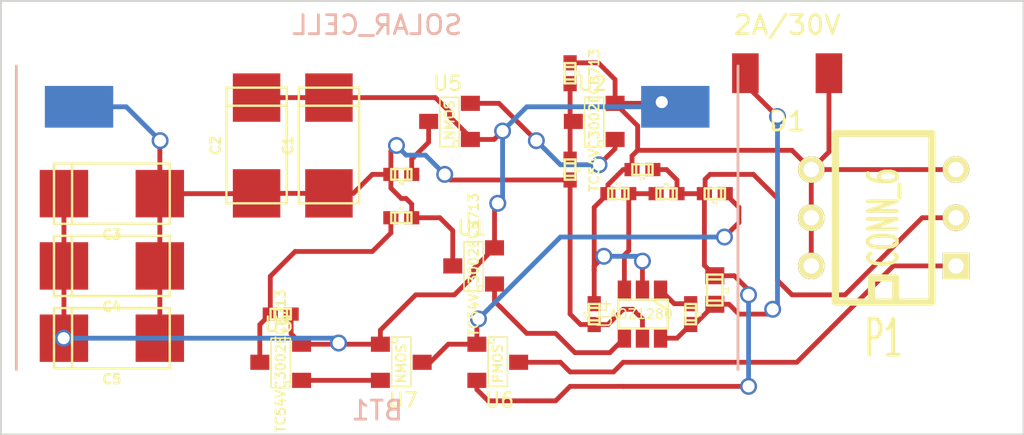
<source format=kicad_pcb>
(kicad_pcb (version 3) (host pcbnew "(2013-may-18)-stable")

  (general
    (links 54)
    (no_connects 0)
    (area 0 0 0 0)
    (thickness 1.6)
    (drawings 4)
    (tracks 199)
    (zones 0)
    (modules 27)
    (nets 15)
  )

  (page A3)
  (layers
    (15 F.Cu signal)
    (0 B.Cu signal)
    (16 B.Adhes user)
    (17 F.Adhes user)
    (18 B.Paste user)
    (19 F.Paste user)
    (20 B.SilkS user)
    (21 F.SilkS user)
    (22 B.Mask user)
    (23 F.Mask user)
    (24 Dwgs.User user)
    (25 Cmts.User user)
    (26 Eco1.User user)
    (27 Eco2.User user)
    (28 Edge.Cuts user)
  )

  (setup
    (last_trace_width 0.254)
    (trace_clearance 0.254)
    (zone_clearance 0.508)
    (zone_45_only no)
    (trace_min 0.254)
    (segment_width 0.2)
    (edge_width 0.1)
    (via_size 0.889)
    (via_drill 0.635)
    (via_min_size 0.889)
    (via_min_drill 0.508)
    (uvia_size 0.508)
    (uvia_drill 0.127)
    (uvias_allowed no)
    (uvia_min_size 0.508)
    (uvia_min_drill 0.127)
    (pcb_text_width 0.3)
    (pcb_text_size 1.5 1.5)
    (mod_edge_width 0.15)
    (mod_text_size 1 1)
    (mod_text_width 0.15)
    (pad_size 1.4 2.1)
    (pad_drill 0.6)
    (pad_to_mask_clearance 0)
    (aux_axis_origin 0 0)
    (visible_elements FFFFFFBF)
    (pcbplotparams
      (layerselection 3178497)
      (usegerberextensions true)
      (excludeedgelayer true)
      (linewidth 0.150000)
      (plotframeref false)
      (viasonmask false)
      (mode 1)
      (useauxorigin false)
      (hpglpennumber 1)
      (hpglpenspeed 20)
      (hpglpendiameter 15)
      (hpglpenoverlay 2)
      (psnegative false)
      (psa4output false)
      (plotreference true)
      (plotvalue true)
      (plotothertext true)
      (plotinvisibletext false)
      (padsonsilk false)
      (subtractmaskfromsilk false)
      (outputformat 1)
      (mirror false)
      (drillshape 1)
      (scaleselection 1)
      (outputdirectory ""))
  )

  (net 0 "")
  (net 1 /REG_EN)
  (net 2 /VIN)
  (net 3 /VOUT)
  (net 4 /VREADY)
  (net 5 GND)
  (net 6 N-000001)
  (net 7 N-0000010)
  (net 8 N-0000011)
  (net 9 N-0000012)
  (net 10 N-000002)
  (net 11 N-000005)
  (net 12 N-000006)
  (net 13 N-000008)
  (net 14 N-000009)

  (net_class Default "This is the default net class."
    (clearance 0.254)
    (trace_width 0.254)
    (via_dia 0.889)
    (via_drill 0.635)
    (uvia_dia 0.508)
    (uvia_drill 0.127)
    (add_net "")
    (add_net /REG_EN)
    (add_net /VIN)
    (add_net /VOUT)
    (add_net /VREADY)
    (add_net GND)
    (add_net N-000001)
    (add_net N-0000010)
    (add_net N-0000011)
    (add_net N-0000012)
    (add_net N-000002)
    (add_net N-000005)
    (add_net N-000006)
    (add_net N-000008)
    (add_net N-000009)
  )

  (module SOT23_6 (layer F.Cu) (tedit 4ECF791C) (tstamp 546FACF1)
    (at 229.87 144.78 180)
    (path /546F6BB3)
    (fp_text reference U4 (at 1.99898 0 270) (layer F.SilkS)
      (effects (font (size 0.762 0.762) (thickness 0.0762)))
    )
    (fp_text value AOZ1280 (at 0.0635 0 180) (layer F.SilkS)
      (effects (font (size 0.50038 0.50038) (thickness 0.0762)))
    )
    (fp_line (start -0.508 0.762) (end -1.27 0.254) (layer F.SilkS) (width 0.127))
    (fp_line (start 1.27 0.762) (end -1.3335 0.762) (layer F.SilkS) (width 0.127))
    (fp_line (start -1.3335 0.762) (end -1.3335 -0.762) (layer F.SilkS) (width 0.127))
    (fp_line (start -1.3335 -0.762) (end 1.27 -0.762) (layer F.SilkS) (width 0.127))
    (fp_line (start 1.27 -0.762) (end 1.27 0.762) (layer F.SilkS) (width 0.127))
    (pad 6 smd rect (at -0.9525 -1.27 180) (size 0.70104 1.00076)
      (layers F.Cu F.Paste F.Mask)
      (net 8 N-0000011)
    )
    (pad 5 smd rect (at 0 -1.27 180) (size 0.70104 1.00076)
      (layers F.Cu F.Paste F.Mask)
      (net 2 /VIN)
    )
    (pad 4 smd rect (at 0.9525 -1.27 180) (size 0.70104 1.00076)
      (layers F.Cu F.Paste F.Mask)
      (net 1 /REG_EN)
    )
    (pad 3 smd rect (at 0.9525 1.27 180) (size 0.70104 1.00076)
      (layers F.Cu F.Paste F.Mask)
      (net 7 N-0000010)
    )
    (pad 2 smd rect (at 0 1.27 180) (size 0.70104 1.00076)
      (layers F.Cu F.Paste F.Mask)
      (net 5 GND)
    )
    (pad 1 smd rect (at -0.9525 1.27 180) (size 0.70104 1.00076)
      (layers F.Cu F.Paste F.Mask)
      (net 14 N-000009)
    )
    (model smd/SOT23_6.wrl
      (at (xyz 0 0 0))
      (scale (xyz 0.11 0.11 0.11))
      (rotate (xyz 0 0 0))
    )
  )

  (module SOT23 (layer F.Cu) (tedit 5051A6D7) (tstamp 546FAB7C)
    (at 227.33 134.62 90)
    (tags SOT23)
    (path /546F79D1)
    (fp_text reference U2 (at 1.99898 -0.09906 180) (layer F.SilkS)
      (effects (font (size 0.762 0.762) (thickness 0.11938)))
    )
    (fp_text value TC54VC3002ECB713 (at 0.0635 0 90) (layer F.SilkS)
      (effects (font (size 0.50038 0.50038) (thickness 0.09906)))
    )
    (fp_circle (center -1.17602 0.35052) (end -1.30048 0.44958) (layer F.SilkS) (width 0.07874))
    (fp_line (start 1.27 -0.508) (end 1.27 0.508) (layer F.SilkS) (width 0.07874))
    (fp_line (start -1.3335 -0.508) (end -1.3335 0.508) (layer F.SilkS) (width 0.07874))
    (fp_line (start 1.27 0.508) (end -1.3335 0.508) (layer F.SilkS) (width 0.07874))
    (fp_line (start -1.3335 -0.508) (end 1.27 -0.508) (layer F.SilkS) (width 0.07874))
    (pad 3 smd rect (at 0 -1.09982 90) (size 0.8001 1.00076)
      (layers F.Cu F.Paste F.Mask)
      (net 10 N-000002)
    )
    (pad 2 smd rect (at 0.9525 1.09982 90) (size 0.8001 1.00076)
      (layers F.Cu F.Paste F.Mask)
      (net 5 GND)
    )
    (pad 1 smd rect (at -0.9525 1.09982 90) (size 0.8001 1.00076)
      (layers F.Cu F.Paste F.Mask)
      (net 6 N-000001)
    )
    (model smd\SOT23_3.wrl
      (at (xyz 0 0 0))
      (scale (xyz 0.4 0.4 0.4))
      (rotate (xyz 0 0 180))
    )
  )

  (module SOT23 (layer F.Cu) (tedit 5051A6D7) (tstamp 546FAB94)
    (at 220.98 142.24 90)
    (tags SOT23)
    (path /546F7093)
    (fp_text reference U1 (at 1.99898 -0.09906 180) (layer F.SilkS)
      (effects (font (size 0.762 0.762) (thickness 0.11938)))
    )
    (fp_text value TC54VC3002ECB713 (at 0.0635 0 90) (layer F.SilkS)
      (effects (font (size 0.50038 0.50038) (thickness 0.09906)))
    )
    (fp_circle (center -1.17602 0.35052) (end -1.30048 0.44958) (layer F.SilkS) (width 0.07874))
    (fp_line (start 1.27 -0.508) (end 1.27 0.508) (layer F.SilkS) (width 0.07874))
    (fp_line (start -1.3335 -0.508) (end -1.3335 0.508) (layer F.SilkS) (width 0.07874))
    (fp_line (start 1.27 0.508) (end -1.3335 0.508) (layer F.SilkS) (width 0.07874))
    (fp_line (start -1.3335 -0.508) (end 1.27 -0.508) (layer F.SilkS) (width 0.07874))
    (pad 3 smd rect (at 0 -1.09982 90) (size 0.8001 1.00076)
      (layers F.Cu F.Paste F.Mask)
      (net 2 /VIN)
    )
    (pad 2 smd rect (at 0.9525 1.09982 90) (size 0.8001 1.00076)
      (layers F.Cu F.Paste F.Mask)
      (net 5 GND)
    )
    (pad 1 smd rect (at -0.9525 1.09982 90) (size 0.8001 1.00076)
      (layers F.Cu F.Paste F.Mask)
      (net 1 /REG_EN)
    )
    (model smd\SOT23_3.wrl
      (at (xyz 0 0 0))
      (scale (xyz 0.4 0.4 0.4))
      (rotate (xyz 0 0 180))
    )
  )

  (module SOT23 (layer F.Cu) (tedit 5051A6D7) (tstamp 546FABA0)
    (at 210.82 147.32 90)
    (tags SOT23)
    (path /546F762A)
    (fp_text reference U3 (at 1.99898 -0.09906 180) (layer F.SilkS)
      (effects (font (size 0.762 0.762) (thickness 0.11938)))
    )
    (fp_text value TC54VC3002ECB713 (at 0.0635 0 90) (layer F.SilkS)
      (effects (font (size 0.50038 0.50038) (thickness 0.09906)))
    )
    (fp_circle (center -1.17602 0.35052) (end -1.30048 0.44958) (layer F.SilkS) (width 0.07874))
    (fp_line (start 1.27 -0.508) (end 1.27 0.508) (layer F.SilkS) (width 0.07874))
    (fp_line (start -1.3335 -0.508) (end -1.3335 0.508) (layer F.SilkS) (width 0.07874))
    (fp_line (start 1.27 0.508) (end -1.3335 0.508) (layer F.SilkS) (width 0.07874))
    (fp_line (start -1.3335 -0.508) (end 1.27 -0.508) (layer F.SilkS) (width 0.07874))
    (pad 3 smd rect (at 0 -1.09982 90) (size 0.8001 1.00076)
      (layers F.Cu F.Paste F.Mask)
      (net 11 N-000005)
    )
    (pad 2 smd rect (at 0.9525 1.09982 90) (size 0.8001 1.00076)
      (layers F.Cu F.Paste F.Mask)
      (net 5 GND)
    )
    (pad 1 smd rect (at -0.9525 1.09982 90) (size 0.8001 1.00076)
      (layers F.Cu F.Paste F.Mask)
      (net 4 /VREADY)
    )
    (model smd\SOT23_3.wrl
      (at (xyz 0 0 0))
      (scale (xyz 0.4 0.4 0.4))
      (rotate (xyz 0 0 180))
    )
  )

  (module SOD-128 (layer F.Cu) (tedit 546FA67B) (tstamp 546FABA6)
    (at 237.49 132.08 180)
    (path /54685427)
    (fp_text reference D1 (at 0 -2.54 180) (layer F.SilkS)
      (effects (font (size 1 1) (thickness 0.15)))
    )
    (fp_text value 2A/30V (at 0 2.54 180) (layer F.SilkS)
      (effects (font (size 1 1) (thickness 0.15)))
    )
    (pad 1 smd rect (at -2.2 0 180) (size 1.4 2.1)
      (layers F.Cu F.Paste F.Mask)
      (net 5 GND)
    )
    (pad 2 smd rect (at 2.2 0 180) (size 1.4 2.1)
      (layers F.Cu F.Paste F.Mask)
      (net 8 N-0000011)
    )
  )

  (module DIP-6__300 (layer F.Cu) (tedit 49DC487C) (tstamp 546FABB7)
    (at 242.57 139.7 90)
    (descr "6 pins DIL package, round pads")
    (tags DIL)
    (path /546F6F9B)
    (fp_text reference P1 (at -6.35 0 180) (layer F.SilkS)
      (effects (font (size 1.905 1.016) (thickness 0.2032)))
    )
    (fp_text value CONN_6 (at 0 0 90) (layer F.SilkS)
      (effects (font (size 1.524 0.889) (thickness 0.2032)))
    )
    (fp_line (start -4.445 -2.54) (end 4.445 -2.54) (layer F.SilkS) (width 0.381))
    (fp_line (start 4.445 -2.54) (end 4.445 2.54) (layer F.SilkS) (width 0.381))
    (fp_line (start 4.445 2.54) (end -4.445 2.54) (layer F.SilkS) (width 0.381))
    (fp_line (start -4.445 2.54) (end -4.445 -2.54) (layer F.SilkS) (width 0.381))
    (fp_line (start -4.445 -0.635) (end -3.175 -0.635) (layer F.SilkS) (width 0.381))
    (fp_line (start -3.175 -0.635) (end -3.175 0.635) (layer F.SilkS) (width 0.381))
    (fp_line (start -3.175 0.635) (end -4.445 0.635) (layer F.SilkS) (width 0.381))
    (pad 1 thru_hole rect (at -2.54 3.81 90) (size 1.397 1.397) (drill 0.8128)
      (layers *.Cu *.Mask F.SilkS)
      (net 9 N-0000012)
    )
    (pad 2 thru_hole circle (at 0 3.81 90) (size 1.397 1.397) (drill 0.8128)
      (layers *.Cu *.Mask F.SilkS)
      (net 3 /VOUT)
    )
    (pad 3 thru_hole circle (at 2.54 3.81 90) (size 1.397 1.397) (drill 0.8128)
      (layers *.Cu *.Mask F.SilkS)
      (net 5 GND)
    )
    (pad 4 thru_hole circle (at 2.54 -3.81 90) (size 1.397 1.397) (drill 0.8128)
      (layers *.Cu *.Mask F.SilkS)
      (net 5 GND)
    )
    (pad 5 thru_hole circle (at 0 -3.81 90) (size 1.397 1.397) (drill 0.8128)
      (layers *.Cu *.Mask F.SilkS)
      (net 5 GND)
    )
    (pad 6 thru_hole circle (at -2.54 -3.81 90) (size 1.397 1.397) (drill 0.8128)
      (layers *.Cu *.Mask F.SilkS)
      (net 5 GND)
    )
    (model dil/dil_6.wrl
      (at (xyz 0 0 0))
      (scale (xyz 1 1 1))
      (rotate (xyz 0 0 0))
    )
  )

  (module c_tant_C (layer F.Cu) (tedit 4D5D91B9) (tstamp 546FABC2)
    (at 209.55 135.89 90)
    (descr "SMT capacitor, tantalum size C")
    (path /54684D11)
    (fp_text reference C2 (at 0 -2.159 90) (layer F.SilkS)
      (effects (font (size 0.50038 0.50038) (thickness 0.11938)))
    )
    (fp_text value 100u (at 0 2.0955 90) (layer F.SilkS) hide
      (effects (font (size 0.50038 0.50038) (thickness 0.11938)))
    )
    (fp_line (start 2.0955 -1.5875) (end 2.0955 1.5875) (layer F.SilkS) (width 0.127))
    (fp_line (start -3.048 -1.5875) (end -3.048 1.5875) (layer F.SilkS) (width 0.127))
    (fp_line (start -3.048 1.5875) (end 3.048 1.5875) (layer F.SilkS) (width 0.127))
    (fp_line (start 3.048 1.5875) (end 3.048 -1.5875) (layer F.SilkS) (width 0.127))
    (fp_line (start 3.048 -1.5875) (end -3.048 -1.5875) (layer F.SilkS) (width 0.127))
    (pad 1 smd rect (at 2.52476 0 90) (size 2.55016 2.49936)
      (layers F.Cu F.Paste F.Mask)
      (net 5 GND)
    )
    (pad 2 smd rect (at -2.52476 0 90) (size 2.55016 2.49936)
      (layers F.Cu F.Paste F.Mask)
      (net 2 /VIN)
    )
    (model smd/capacitors/c_tant_C.wrl
      (at (xyz 0 0 0))
      (scale (xyz 1 1 1))
      (rotate (xyz 0 0 0))
    )
  )

  (module c_tant_C (layer F.Cu) (tedit 4D5D91B9) (tstamp 546FABCD)
    (at 213.36 135.89 90)
    (descr "SMT capacitor, tantalum size C")
    (path /54684D5D)
    (fp_text reference C1 (at 0 -2.159 90) (layer F.SilkS)
      (effects (font (size 0.50038 0.50038) (thickness 0.11938)))
    )
    (fp_text value 100u (at 0 2.0955 90) (layer F.SilkS) hide
      (effects (font (size 0.50038 0.50038) (thickness 0.11938)))
    )
    (fp_line (start 2.0955 -1.5875) (end 2.0955 1.5875) (layer F.SilkS) (width 0.127))
    (fp_line (start -3.048 -1.5875) (end -3.048 1.5875) (layer F.SilkS) (width 0.127))
    (fp_line (start -3.048 1.5875) (end 3.048 1.5875) (layer F.SilkS) (width 0.127))
    (fp_line (start 3.048 1.5875) (end 3.048 -1.5875) (layer F.SilkS) (width 0.127))
    (fp_line (start 3.048 -1.5875) (end -3.048 -1.5875) (layer F.SilkS) (width 0.127))
    (pad 1 smd rect (at 2.52476 0 90) (size 2.55016 2.49936)
      (layers F.Cu F.Paste F.Mask)
      (net 5 GND)
    )
    (pad 2 smd rect (at -2.52476 0 90) (size 2.55016 2.49936)
      (layers F.Cu F.Paste F.Mask)
      (net 2 /VIN)
    )
    (model smd/capacitors/c_tant_C.wrl
      (at (xyz 0 0 0))
      (scale (xyz 1 1 1))
      (rotate (xyz 0 0 0))
    )
  )

  (module c_tant_C (layer F.Cu) (tedit 4D5D91B9) (tstamp 546FABD8)
    (at 201.93 146.05 180)
    (descr "SMT capacitor, tantalum size C")
    (path /54684D57)
    (fp_text reference C5 (at 0 -2.159 180) (layer F.SilkS)
      (effects (font (size 0.50038 0.50038) (thickness 0.11938)))
    )
    (fp_text value 100u (at 0 2.0955 180) (layer F.SilkS) hide
      (effects (font (size 0.50038 0.50038) (thickness 0.11938)))
    )
    (fp_line (start 2.0955 -1.5875) (end 2.0955 1.5875) (layer F.SilkS) (width 0.127))
    (fp_line (start -3.048 -1.5875) (end -3.048 1.5875) (layer F.SilkS) (width 0.127))
    (fp_line (start -3.048 1.5875) (end 3.048 1.5875) (layer F.SilkS) (width 0.127))
    (fp_line (start 3.048 1.5875) (end 3.048 -1.5875) (layer F.SilkS) (width 0.127))
    (fp_line (start 3.048 -1.5875) (end -3.048 -1.5875) (layer F.SilkS) (width 0.127))
    (pad 1 smd rect (at 2.52476 0 180) (size 2.55016 2.49936)
      (layers F.Cu F.Paste F.Mask)
      (net 5 GND)
    )
    (pad 2 smd rect (at -2.52476 0 180) (size 2.55016 2.49936)
      (layers F.Cu F.Paste F.Mask)
      (net 2 /VIN)
    )
    (model smd/capacitors/c_tant_C.wrl
      (at (xyz 0 0 0))
      (scale (xyz 1 1 1))
      (rotate (xyz 0 0 0))
    )
  )

  (module c_tant_C (layer F.Cu) (tedit 4D5D91B9) (tstamp 546FABE3)
    (at 201.93 142.24 180)
    (descr "SMT capacitor, tantalum size C")
    (path /54684D51)
    (fp_text reference C4 (at 0 -2.159 180) (layer F.SilkS)
      (effects (font (size 0.50038 0.50038) (thickness 0.11938)))
    )
    (fp_text value 100u (at 0 2.0955 180) (layer F.SilkS) hide
      (effects (font (size 0.50038 0.50038) (thickness 0.11938)))
    )
    (fp_line (start 2.0955 -1.5875) (end 2.0955 1.5875) (layer F.SilkS) (width 0.127))
    (fp_line (start -3.048 -1.5875) (end -3.048 1.5875) (layer F.SilkS) (width 0.127))
    (fp_line (start -3.048 1.5875) (end 3.048 1.5875) (layer F.SilkS) (width 0.127))
    (fp_line (start 3.048 1.5875) (end 3.048 -1.5875) (layer F.SilkS) (width 0.127))
    (fp_line (start 3.048 -1.5875) (end -3.048 -1.5875) (layer F.SilkS) (width 0.127))
    (pad 1 smd rect (at 2.52476 0 180) (size 2.55016 2.49936)
      (layers F.Cu F.Paste F.Mask)
      (net 5 GND)
    )
    (pad 2 smd rect (at -2.52476 0 180) (size 2.55016 2.49936)
      (layers F.Cu F.Paste F.Mask)
      (net 2 /VIN)
    )
    (model smd/capacitors/c_tant_C.wrl
      (at (xyz 0 0 0))
      (scale (xyz 1 1 1))
      (rotate (xyz 0 0 0))
    )
  )

  (module c_tant_C (layer F.Cu) (tedit 4D5D91B9) (tstamp 546FABEE)
    (at 201.93 138.43 180)
    (descr "SMT capacitor, tantalum size C")
    (path /54684D4B)
    (fp_text reference C3 (at 0 -2.159 180) (layer F.SilkS)
      (effects (font (size 0.50038 0.50038) (thickness 0.11938)))
    )
    (fp_text value 100u (at 0 2.0955 180) (layer F.SilkS) hide
      (effects (font (size 0.50038 0.50038) (thickness 0.11938)))
    )
    (fp_line (start 2.0955 -1.5875) (end 2.0955 1.5875) (layer F.SilkS) (width 0.127))
    (fp_line (start -3.048 -1.5875) (end -3.048 1.5875) (layer F.SilkS) (width 0.127))
    (fp_line (start -3.048 1.5875) (end 3.048 1.5875) (layer F.SilkS) (width 0.127))
    (fp_line (start 3.048 1.5875) (end 3.048 -1.5875) (layer F.SilkS) (width 0.127))
    (fp_line (start 3.048 -1.5875) (end -3.048 -1.5875) (layer F.SilkS) (width 0.127))
    (pad 1 smd rect (at 2.52476 0 180) (size 2.55016 2.49936)
      (layers F.Cu F.Paste F.Mask)
      (net 5 GND)
    )
    (pad 2 smd rect (at -2.52476 0 180) (size 2.55016 2.49936)
      (layers F.Cu F.Paste F.Mask)
      (net 2 /VIN)
    )
    (model smd/capacitors/c_tant_C.wrl
      (at (xyz 0 0 0))
      (scale (xyz 1 1 1))
      (rotate (xyz 0 0 0))
    )
  )

  (module c_0603 (layer F.Cu) (tedit 490472AA) (tstamp 546FABFA)
    (at 233.68 143.51 270)
    (descr "SMT capacitor, 0603")
    (path /54685483)
    (fp_text reference L1 (at 0 -0.635 270) (layer F.SilkS)
      (effects (font (size 0.20066 0.20066) (thickness 0.04064)))
    )
    (fp_text value 2.2u (at 0 0.635 270) (layer F.SilkS) hide
      (effects (font (size 0.20066 0.20066) (thickness 0.04064)))
    )
    (fp_line (start 0.5588 0.4064) (end 0.5588 -0.4064) (layer F.SilkS) (width 0.127))
    (fp_line (start -0.5588 -0.381) (end -0.5588 0.4064) (layer F.SilkS) (width 0.127))
    (fp_line (start -0.8128 -0.4064) (end 0.8128 -0.4064) (layer F.SilkS) (width 0.127))
    (fp_line (start 0.8128 -0.4064) (end 0.8128 0.4064) (layer F.SilkS) (width 0.127))
    (fp_line (start 0.8128 0.4064) (end -0.8128 0.4064) (layer F.SilkS) (width 0.127))
    (fp_line (start -0.8128 0.4064) (end -0.8128 -0.4064) (layer F.SilkS) (width 0.127))
    (pad 1 smd rect (at 0.75184 0 270) (size 0.89916 1.00076)
      (layers F.Cu F.Paste F.Mask)
      (net 8 N-0000011)
    )
    (pad 2 smd rect (at -0.75184 0 270) (size 0.89916 1.00076)
      (layers F.Cu F.Paste F.Mask)
      (net 3 /VOUT)
    )
    (model smd/capacitors/c_0603.wrl
      (at (xyz 0 0 0))
      (scale (xyz 1 1 1))
      (rotate (xyz 0 0 0))
    )
  )

  (module c_0402 (layer F.Cu) (tedit 49047259) (tstamp 546FAC06)
    (at 226.06 137.16 270)
    (descr "SMT capacitor, 0402")
    (path /546F79EF)
    (fp_text reference R3 (at 0 -0.4826 270) (layer F.SilkS)
      (effects (font (size 0.1524 0.1524) (thickness 0.03048)))
    )
    (fp_text value 100k (at 0 0.4826 270) (layer F.SilkS) hide
      (effects (font (size 0.1524 0.1524) (thickness 0.03048)))
    )
    (fp_line (start 0.3302 -0.2794) (end 0.3302 0.2794) (layer F.SilkS) (width 0.127))
    (fp_line (start -0.3302 -0.2794) (end -0.3302 0.2794) (layer F.SilkS) (width 0.127))
    (fp_line (start -0.5334 -0.2794) (end -0.5334 0.2794) (layer F.SilkS) (width 0.127))
    (fp_line (start -0.5334 0.2794) (end 0.5334 0.2794) (layer F.SilkS) (width 0.127))
    (fp_line (start 0.5334 0.2794) (end 0.5334 -0.2794) (layer F.SilkS) (width 0.127))
    (fp_line (start 0.5334 -0.2794) (end -0.5334 -0.2794) (layer F.SilkS) (width 0.127))
    (pad 1 smd rect (at 0.54864 0 270) (size 0.8001 0.6985)
      (layers F.Cu F.Paste F.Mask)
      (net 2 /VIN)
    )
    (pad 2 smd rect (at -0.54864 0 270) (size 0.8001 0.6985)
      (layers F.Cu F.Paste F.Mask)
      (net 10 N-000002)
    )
    (model smd/capacitors/c_0402.wrl
      (at (xyz 0 0 0))
      (scale (xyz 1 1 1))
      (rotate (xyz 0 0 0))
    )
  )

  (module c_0402 (layer F.Cu) (tedit 49047259) (tstamp 546FAC12)
    (at 226.06 132.08 270)
    (descr "SMT capacitor, 0402")
    (path /546F79FE)
    (fp_text reference R4 (at 0 -0.4826 270) (layer F.SilkS)
      (effects (font (size 0.1524 0.1524) (thickness 0.03048)))
    )
    (fp_text value 60k (at 0 0.4826 270) (layer F.SilkS) hide
      (effects (font (size 0.1524 0.1524) (thickness 0.03048)))
    )
    (fp_line (start 0.3302 -0.2794) (end 0.3302 0.2794) (layer F.SilkS) (width 0.127))
    (fp_line (start -0.3302 -0.2794) (end -0.3302 0.2794) (layer F.SilkS) (width 0.127))
    (fp_line (start -0.5334 -0.2794) (end -0.5334 0.2794) (layer F.SilkS) (width 0.127))
    (fp_line (start -0.5334 0.2794) (end 0.5334 0.2794) (layer F.SilkS) (width 0.127))
    (fp_line (start 0.5334 0.2794) (end 0.5334 -0.2794) (layer F.SilkS) (width 0.127))
    (fp_line (start 0.5334 -0.2794) (end -0.5334 -0.2794) (layer F.SilkS) (width 0.127))
    (pad 1 smd rect (at 0.54864 0 270) (size 0.8001 0.6985)
      (layers F.Cu F.Paste F.Mask)
      (net 10 N-000002)
    )
    (pad 2 smd rect (at -0.54864 0 270) (size 0.8001 0.6985)
      (layers F.Cu F.Paste F.Mask)
      (net 5 GND)
    )
    (model smd/capacitors/c_0402.wrl
      (at (xyz 0 0 0))
      (scale (xyz 1 1 1))
      (rotate (xyz 0 0 0))
    )
  )

  (module c_0402 (layer F.Cu) (tedit 49047259) (tstamp 546FAC1E)
    (at 210.82 144.78 180)
    (descr "SMT capacitor, 0402")
    (path /546F76E1)
    (fp_text reference R1 (at 0 -0.4826 180) (layer F.SilkS)
      (effects (font (size 0.1524 0.1524) (thickness 0.03048)))
    )
    (fp_text value 60k (at 0 0.4826 180) (layer F.SilkS) hide
      (effects (font (size 0.1524 0.1524) (thickness 0.03048)))
    )
    (fp_line (start 0.3302 -0.2794) (end 0.3302 0.2794) (layer F.SilkS) (width 0.127))
    (fp_line (start -0.3302 -0.2794) (end -0.3302 0.2794) (layer F.SilkS) (width 0.127))
    (fp_line (start -0.5334 -0.2794) (end -0.5334 0.2794) (layer F.SilkS) (width 0.127))
    (fp_line (start -0.5334 0.2794) (end 0.5334 0.2794) (layer F.SilkS) (width 0.127))
    (fp_line (start 0.5334 0.2794) (end 0.5334 -0.2794) (layer F.SilkS) (width 0.127))
    (fp_line (start 0.5334 -0.2794) (end -0.5334 -0.2794) (layer F.SilkS) (width 0.127))
    (pad 1 smd rect (at 0.54864 0 180) (size 0.8001 0.6985)
      (layers F.Cu F.Paste F.Mask)
      (net 11 N-000005)
    )
    (pad 2 smd rect (at -0.54864 0 180) (size 0.8001 0.6985)
      (layers F.Cu F.Paste F.Mask)
      (net 5 GND)
    )
    (model smd/capacitors/c_0402.wrl
      (at (xyz 0 0 0))
      (scale (xyz 1 1 1))
      (rotate (xyz 0 0 0))
    )
  )

  (module c_0402 (layer F.Cu) (tedit 49047259) (tstamp 546FAC2A)
    (at 217.17 139.7)
    (descr "SMT capacitor, 0402")
    (path /546F76D2)
    (fp_text reference R2 (at 0 -0.4826) (layer F.SilkS)
      (effects (font (size 0.1524 0.1524) (thickness 0.03048)))
    )
    (fp_text value 80k (at 0 0.4826) (layer F.SilkS) hide
      (effects (font (size 0.1524 0.1524) (thickness 0.03048)))
    )
    (fp_line (start 0.3302 -0.2794) (end 0.3302 0.2794) (layer F.SilkS) (width 0.127))
    (fp_line (start -0.3302 -0.2794) (end -0.3302 0.2794) (layer F.SilkS) (width 0.127))
    (fp_line (start -0.5334 -0.2794) (end -0.5334 0.2794) (layer F.SilkS) (width 0.127))
    (fp_line (start -0.5334 0.2794) (end 0.5334 0.2794) (layer F.SilkS) (width 0.127))
    (fp_line (start 0.5334 0.2794) (end 0.5334 -0.2794) (layer F.SilkS) (width 0.127))
    (fp_line (start 0.5334 -0.2794) (end -0.5334 -0.2794) (layer F.SilkS) (width 0.127))
    (pad 1 smd rect (at 0.54864 0) (size 0.8001 0.6985)
      (layers F.Cu F.Paste F.Mask)
      (net 2 /VIN)
    )
    (pad 2 smd rect (at -0.54864 0) (size 0.8001 0.6985)
      (layers F.Cu F.Paste F.Mask)
      (net 11 N-000005)
    )
    (model smd/capacitors/c_0402.wrl
      (at (xyz 0 0 0))
      (scale (xyz 1 1 1))
      (rotate (xyz 0 0 0))
    )
  )

  (module c_0402 (layer F.Cu) (tedit 49047259) (tstamp 546FAC36)
    (at 233.68 138.43 180)
    (descr "SMT capacitor, 0402")
    (path /546F72D6)
    (fp_text reference R5 (at 0 -0.4826 180) (layer F.SilkS)
      (effects (font (size 0.1524 0.1524) (thickness 0.03048)))
    )
    (fp_text value 100k (at 0 0.4826 180) (layer F.SilkS) hide
      (effects (font (size 0.1524 0.1524) (thickness 0.03048)))
    )
    (fp_line (start 0.3302 -0.2794) (end 0.3302 0.2794) (layer F.SilkS) (width 0.127))
    (fp_line (start -0.3302 -0.2794) (end -0.3302 0.2794) (layer F.SilkS) (width 0.127))
    (fp_line (start -0.5334 -0.2794) (end -0.5334 0.2794) (layer F.SilkS) (width 0.127))
    (fp_line (start -0.5334 0.2794) (end 0.5334 0.2794) (layer F.SilkS) (width 0.127))
    (fp_line (start 0.5334 0.2794) (end 0.5334 -0.2794) (layer F.SilkS) (width 0.127))
    (fp_line (start 0.5334 -0.2794) (end -0.5334 -0.2794) (layer F.SilkS) (width 0.127))
    (pad 1 smd rect (at 0.54864 0 180) (size 0.8001 0.6985)
      (layers F.Cu F.Paste F.Mask)
      (net 3 /VOUT)
    )
    (pad 2 smd rect (at -0.54864 0 180) (size 0.8001 0.6985)
      (layers F.Cu F.Paste F.Mask)
      (net 12 N-000006)
    )
    (model smd/capacitors/c_0402.wrl
      (at (xyz 0 0 0))
      (scale (xyz 1 1 1))
      (rotate (xyz 0 0 0))
    )
  )

  (module c_0402 (layer F.Cu) (tedit 49047259) (tstamp 546FAC42)
    (at 229.87 137.16 180)
    (descr "SMT capacitor, 0402")
    (path /546854C3)
    (fp_text reference C8 (at 0 -0.4826 180) (layer F.SilkS)
      (effects (font (size 0.1524 0.1524) (thickness 0.03048)))
    )
    (fp_text value 10u (at 0 0.4826 180) (layer F.SilkS) hide
      (effects (font (size 0.1524 0.1524) (thickness 0.03048)))
    )
    (fp_line (start 0.3302 -0.2794) (end 0.3302 0.2794) (layer F.SilkS) (width 0.127))
    (fp_line (start -0.3302 -0.2794) (end -0.3302 0.2794) (layer F.SilkS) (width 0.127))
    (fp_line (start -0.5334 -0.2794) (end -0.5334 0.2794) (layer F.SilkS) (width 0.127))
    (fp_line (start -0.5334 0.2794) (end 0.5334 0.2794) (layer F.SilkS) (width 0.127))
    (fp_line (start 0.5334 0.2794) (end 0.5334 -0.2794) (layer F.SilkS) (width 0.127))
    (fp_line (start 0.5334 -0.2794) (end -0.5334 -0.2794) (layer F.SilkS) (width 0.127))
    (pad 1 smd rect (at 0.54864 0 180) (size 0.8001 0.6985)
      (layers F.Cu F.Paste F.Mask)
      (net 5 GND)
    )
    (pad 2 smd rect (at -0.54864 0 180) (size 0.8001 0.6985)
      (layers F.Cu F.Paste F.Mask)
      (net 3 /VOUT)
    )
    (model smd/capacitors/c_0402.wrl
      (at (xyz 0 0 0))
      (scale (xyz 1 1 1))
      (rotate (xyz 0 0 0))
    )
  )

  (module c_0402 (layer F.Cu) (tedit 49047259) (tstamp 546FAC4E)
    (at 228.6 138.43)
    (descr "SMT capacitor, 0402")
    (path /546854B3)
    (fp_text reference R7 (at 0 -0.4826) (layer F.SilkS)
      (effects (font (size 0.1524 0.1524) (thickness 0.03048)))
    )
    (fp_text value 64.2k (at 0 0.4826) (layer F.SilkS) hide
      (effects (font (size 0.1524 0.1524) (thickness 0.03048)))
    )
    (fp_line (start 0.3302 -0.2794) (end 0.3302 0.2794) (layer F.SilkS) (width 0.127))
    (fp_line (start -0.3302 -0.2794) (end -0.3302 0.2794) (layer F.SilkS) (width 0.127))
    (fp_line (start -0.5334 -0.2794) (end -0.5334 0.2794) (layer F.SilkS) (width 0.127))
    (fp_line (start -0.5334 0.2794) (end 0.5334 0.2794) (layer F.SilkS) (width 0.127))
    (fp_line (start 0.5334 0.2794) (end 0.5334 -0.2794) (layer F.SilkS) (width 0.127))
    (fp_line (start 0.5334 -0.2794) (end -0.5334 -0.2794) (layer F.SilkS) (width 0.127))
    (pad 1 smd rect (at 0.54864 0) (size 0.8001 0.6985)
      (layers F.Cu F.Paste F.Mask)
      (net 7 N-0000010)
    )
    (pad 2 smd rect (at -0.54864 0) (size 0.8001 0.6985)
      (layers F.Cu F.Paste F.Mask)
      (net 5 GND)
    )
    (model smd/capacitors/c_0402.wrl
      (at (xyz 0 0 0))
      (scale (xyz 1 1 1))
      (rotate (xyz 0 0 0))
    )
  )

  (module c_0402 (layer F.Cu) (tedit 49047259) (tstamp 546FAC5A)
    (at 231.14 138.43)
    (descr "SMT capacitor, 0402")
    (path /546854A6)
    (fp_text reference R6 (at 0 -0.4826) (layer F.SilkS)
      (effects (font (size 0.1524 0.1524) (thickness 0.03048)))
    )
    (fp_text value 80.6k (at 0 0.4826) (layer F.SilkS) hide
      (effects (font (size 0.1524 0.1524) (thickness 0.03048)))
    )
    (fp_line (start 0.3302 -0.2794) (end 0.3302 0.2794) (layer F.SilkS) (width 0.127))
    (fp_line (start -0.3302 -0.2794) (end -0.3302 0.2794) (layer F.SilkS) (width 0.127))
    (fp_line (start -0.5334 -0.2794) (end -0.5334 0.2794) (layer F.SilkS) (width 0.127))
    (fp_line (start -0.5334 0.2794) (end 0.5334 0.2794) (layer F.SilkS) (width 0.127))
    (fp_line (start 0.5334 0.2794) (end 0.5334 -0.2794) (layer F.SilkS) (width 0.127))
    (fp_line (start 0.5334 -0.2794) (end -0.5334 -0.2794) (layer F.SilkS) (width 0.127))
    (pad 1 smd rect (at 0.54864 0) (size 0.8001 0.6985)
      (layers F.Cu F.Paste F.Mask)
      (net 3 /VOUT)
    )
    (pad 2 smd rect (at -0.54864 0) (size 0.8001 0.6985)
      (layers F.Cu F.Paste F.Mask)
      (net 7 N-0000010)
    )
    (model smd/capacitors/c_0402.wrl
      (at (xyz 0 0 0))
      (scale (xyz 1 1 1))
      (rotate (xyz 0 0 0))
    )
  )

  (module c_0402 (layer F.Cu) (tedit 49047259) (tstamp 546FAC66)
    (at 232.41 144.78 270)
    (descr "SMT capacitor, 0402")
    (path /5468535A)
    (fp_text reference C7 (at 0 -0.4826 270) (layer F.SilkS)
      (effects (font (size 0.1524 0.1524) (thickness 0.03048)))
    )
    (fp_text value 10n (at 0 0.4826 270) (layer F.SilkS) hide
      (effects (font (size 0.1524 0.1524) (thickness 0.03048)))
    )
    (fp_line (start 0.3302 -0.2794) (end 0.3302 0.2794) (layer F.SilkS) (width 0.127))
    (fp_line (start -0.3302 -0.2794) (end -0.3302 0.2794) (layer F.SilkS) (width 0.127))
    (fp_line (start -0.5334 -0.2794) (end -0.5334 0.2794) (layer F.SilkS) (width 0.127))
    (fp_line (start -0.5334 0.2794) (end 0.5334 0.2794) (layer F.SilkS) (width 0.127))
    (fp_line (start 0.5334 0.2794) (end 0.5334 -0.2794) (layer F.SilkS) (width 0.127))
    (fp_line (start 0.5334 -0.2794) (end -0.5334 -0.2794) (layer F.SilkS) (width 0.127))
    (pad 1 smd rect (at 0.54864 0 270) (size 0.8001 0.6985)
      (layers F.Cu F.Paste F.Mask)
      (net 8 N-0000011)
    )
    (pad 2 smd rect (at -0.54864 0 270) (size 0.8001 0.6985)
      (layers F.Cu F.Paste F.Mask)
      (net 14 N-000009)
    )
    (model smd/capacitors/c_0402.wrl
      (at (xyz 0 0 0))
      (scale (xyz 1 1 1))
      (rotate (xyz 0 0 0))
    )
  )

  (module c_0402 (layer F.Cu) (tedit 49047259) (tstamp 546FAC72)
    (at 227.33 144.78 90)
    (descr "SMT capacitor, 0402")
    (path /546852F2)
    (fp_text reference C6 (at 0 -0.4826 90) (layer F.SilkS)
      (effects (font (size 0.1524 0.1524) (thickness 0.03048)))
    )
    (fp_text value 10u (at 0 0.4826 90) (layer F.SilkS) hide
      (effects (font (size 0.1524 0.1524) (thickness 0.03048)))
    )
    (fp_line (start 0.3302 -0.2794) (end 0.3302 0.2794) (layer F.SilkS) (width 0.127))
    (fp_line (start -0.3302 -0.2794) (end -0.3302 0.2794) (layer F.SilkS) (width 0.127))
    (fp_line (start -0.5334 -0.2794) (end -0.5334 0.2794) (layer F.SilkS) (width 0.127))
    (fp_line (start -0.5334 0.2794) (end 0.5334 0.2794) (layer F.SilkS) (width 0.127))
    (fp_line (start 0.5334 0.2794) (end 0.5334 -0.2794) (layer F.SilkS) (width 0.127))
    (fp_line (start 0.5334 -0.2794) (end -0.5334 -0.2794) (layer F.SilkS) (width 0.127))
    (pad 1 smd rect (at 0.54864 0 90) (size 0.8001 0.6985)
      (layers F.Cu F.Paste F.Mask)
      (net 5 GND)
    )
    (pad 2 smd rect (at -0.54864 0 90) (size 0.8001 0.6985)
      (layers F.Cu F.Paste F.Mask)
      (net 2 /VIN)
    )
    (model smd/capacitors/c_0402.wrl
      (at (xyz 0 0 0))
      (scale (xyz 1 1 1))
      (rotate (xyz 0 0 0))
    )
  )

  (module AM-1417 (layer B.Cu) (tedit 546FAAA8) (tstamp 546FAC7A)
    (at 215.9 139.7)
    (path /54686346)
    (fp_text reference BT1 (at 0 10.16) (layer B.SilkS)
      (effects (font (size 1 1) (thickness 0.15)) (justify mirror))
    )
    (fp_text value SOLAR_CELL (at 0 -10.16) (layer B.SilkS)
      (effects (font (size 1 1) (thickness 0.15)) (justify mirror))
    )
    (fp_line (start 19 -8) (end 19 8) (layer B.SilkS) (width 0.15))
    (fp_line (start -19 -8) (end -19 8) (layer B.SilkS) (width 0.15))
    (pad 2 smd rect (at 15.7 -5.85) (size 3.6 2.2)
      (layers B.Cu B.Paste B.Mask)
      (net 5 GND)
    )
    (pad 1 smd rect (at -15.7 -5.85) (size 3.6 2.2)
      (layers B.Cu B.Paste B.Mask)
      (net 2 /VIN)
    )
  )

  (module SOT23 (layer F.Cu) (tedit 5051A6D7) (tstamp 5470111B)
    (at 219.71 134.62 90)
    (tags SOT23)
    (path /547010C2)
    (fp_text reference U5 (at 1.99898 -0.09906 180) (layer F.SilkS)
      (effects (font (size 0.762 0.762) (thickness 0.11938)))
    )
    (fp_text value NMOS (at 0.0635 0 90) (layer F.SilkS)
      (effects (font (size 0.50038 0.50038) (thickness 0.09906)))
    )
    (fp_circle (center -1.17602 0.35052) (end -1.30048 0.44958) (layer F.SilkS) (width 0.07874))
    (fp_line (start 1.27 -0.508) (end 1.27 0.508) (layer F.SilkS) (width 0.07874))
    (fp_line (start -1.3335 -0.508) (end -1.3335 0.508) (layer F.SilkS) (width 0.07874))
    (fp_line (start 1.27 0.508) (end -1.3335 0.508) (layer F.SilkS) (width 0.07874))
    (fp_line (start -1.3335 -0.508) (end 1.27 -0.508) (layer F.SilkS) (width 0.07874))
    (pad 3 smd rect (at 0 -1.09982 90) (size 0.8001 1.00076)
      (layers F.Cu F.Paste F.Mask)
      (net 13 N-000008)
    )
    (pad 2 smd rect (at 0.9525 1.09982 90) (size 0.8001 1.00076)
      (layers F.Cu F.Paste F.Mask)
      (net 6 N-000001)
    )
    (pad 1 smd rect (at -0.9525 1.09982 90) (size 0.8001 1.00076)
      (layers F.Cu F.Paste F.Mask)
      (net 5 GND)
    )
    (model smd\SOT23_3.wrl
      (at (xyz 0 0 0))
      (scale (xyz 0.4 0.4 0.4))
      (rotate (xyz 0 0 180))
    )
  )

  (module SOT23 (layer F.Cu) (tedit 5051A6D7) (tstamp 547016BD)
    (at 217.17 147.32 270)
    (tags SOT23)
    (path /5470147A)
    (fp_text reference U7 (at 1.99898 -0.09906 360) (layer F.SilkS)
      (effects (font (size 0.762 0.762) (thickness 0.11938)))
    )
    (fp_text value NMOS (at 0.0635 0 270) (layer F.SilkS)
      (effects (font (size 0.50038 0.50038) (thickness 0.09906)))
    )
    (fp_circle (center -1.17602 0.35052) (end -1.30048 0.44958) (layer F.SilkS) (width 0.07874))
    (fp_line (start 1.27 -0.508) (end 1.27 0.508) (layer F.SilkS) (width 0.07874))
    (fp_line (start -1.3335 -0.508) (end -1.3335 0.508) (layer F.SilkS) (width 0.07874))
    (fp_line (start 1.27 0.508) (end -1.3335 0.508) (layer F.SilkS) (width 0.07874))
    (fp_line (start -1.3335 -0.508) (end 1.27 -0.508) (layer F.SilkS) (width 0.07874))
    (pad 3 smd rect (at 0 -1.09982 270) (size 0.8001 1.00076)
      (layers F.Cu F.Paste F.Mask)
      (net 12 N-000006)
    )
    (pad 2 smd rect (at 0.9525 1.09982 270) (size 0.8001 1.00076)
      (layers F.Cu F.Paste F.Mask)
      (net 4 /VREADY)
    )
    (pad 1 smd rect (at -0.9525 1.09982 270) (size 0.8001 1.00076)
      (layers F.Cu F.Paste F.Mask)
      (net 5 GND)
    )
    (model smd\SOT23_3.wrl
      (at (xyz 0 0 0))
      (scale (xyz 0.4 0.4 0.4))
      (rotate (xyz 0 0 180))
    )
  )

  (module SOT23 (layer F.Cu) (tedit 5051A6D7) (tstamp 547016C9)
    (at 222.25 147.32 270)
    (tags SOT23)
    (path /54701A18)
    (fp_text reference U6 (at 1.99898 -0.09906 360) (layer F.SilkS)
      (effects (font (size 0.762 0.762) (thickness 0.11938)))
    )
    (fp_text value PMOS (at 0.0635 0 270) (layer F.SilkS)
      (effects (font (size 0.50038 0.50038) (thickness 0.09906)))
    )
    (fp_circle (center -1.17602 0.35052) (end -1.30048 0.44958) (layer F.SilkS) (width 0.07874))
    (fp_line (start 1.27 -0.508) (end 1.27 0.508) (layer F.SilkS) (width 0.07874))
    (fp_line (start -1.3335 -0.508) (end -1.3335 0.508) (layer F.SilkS) (width 0.07874))
    (fp_line (start 1.27 0.508) (end -1.3335 0.508) (layer F.SilkS) (width 0.07874))
    (fp_line (start -1.3335 -0.508) (end 1.27 -0.508) (layer F.SilkS) (width 0.07874))
    (pad 3 smd rect (at 0 -1.09982 270) (size 0.8001 1.00076)
      (layers F.Cu F.Paste F.Mask)
      (net 9 N-0000012)
    )
    (pad 2 smd rect (at 0.9525 1.09982 270) (size 0.8001 1.00076)
      (layers F.Cu F.Paste F.Mask)
      (net 3 /VOUT)
    )
    (pad 1 smd rect (at -0.9525 1.09982 270) (size 0.8001 1.00076)
      (layers F.Cu F.Paste F.Mask)
      (net 12 N-000006)
    )
    (model smd\SOT23_3.wrl
      (at (xyz 0 0 0))
      (scale (xyz 0.4 0.4 0.4))
      (rotate (xyz 0 0 180))
    )
  )

  (module c_0402 (layer F.Cu) (tedit 49047259) (tstamp 547016D5)
    (at 217.17 137.414 180)
    (descr "SMT capacitor, 0402")
    (path /546FB9BA)
    (fp_text reference R8 (at 0 -0.4826 180) (layer F.SilkS)
      (effects (font (size 0.1524 0.1524) (thickness 0.03048)))
    )
    (fp_text value 4.7k (at 0 0.4826 180) (layer F.SilkS) hide
      (effects (font (size 0.1524 0.1524) (thickness 0.03048)))
    )
    (fp_line (start 0.3302 -0.2794) (end 0.3302 0.2794) (layer F.SilkS) (width 0.127))
    (fp_line (start -0.3302 -0.2794) (end -0.3302 0.2794) (layer F.SilkS) (width 0.127))
    (fp_line (start -0.5334 -0.2794) (end -0.5334 0.2794) (layer F.SilkS) (width 0.127))
    (fp_line (start -0.5334 0.2794) (end 0.5334 0.2794) (layer F.SilkS) (width 0.127))
    (fp_line (start 0.5334 0.2794) (end 0.5334 -0.2794) (layer F.SilkS) (width 0.127))
    (fp_line (start 0.5334 -0.2794) (end -0.5334 -0.2794) (layer F.SilkS) (width 0.127))
    (pad 1 smd rect (at 0.54864 0 180) (size 0.8001 0.6985)
      (layers F.Cu F.Paste F.Mask)
      (net 2 /VIN)
    )
    (pad 2 smd rect (at -0.54864 0 180) (size 0.8001 0.6985)
      (layers F.Cu F.Paste F.Mask)
      (net 13 N-000008)
    )
    (model smd/capacitors/c_0402.wrl
      (at (xyz 0 0 0))
      (scale (xyz 1 1 1))
      (rotate (xyz 0 0 0))
    )
  )

  (gr_line (start 196.088 128.27) (end 196.088 151.13) (angle 90) (layer Edge.Cuts) (width 0.1))
  (gr_line (start 249.936 128.27) (end 196.088 128.27) (angle 90) (layer Edge.Cuts) (width 0.1))
  (gr_line (start 249.936 151.13) (end 249.936 128.27) (angle 90) (layer Edge.Cuts) (width 0.1))
  (gr_line (start 196.088 151.13) (end 249.936 151.13) (angle 90) (layer Edge.Cuts) (width 0.1))

  (segment (start 222.07982 143.1925) (end 222.07982 144.10182) (width 0.254) (layer F.Cu) (net 1))
  (segment (start 228.1555 146.812) (end 228.9175 146.05) (width 0.254) (layer F.Cu) (net 1) (tstamp 54704075))
  (segment (start 226.314 146.812) (end 228.1555 146.812) (width 0.254) (layer F.Cu) (net 1) (tstamp 54704073))
  (segment (start 225.298 145.796) (end 226.314 146.812) (width 0.254) (layer F.Cu) (net 1) (tstamp 5470406D))
  (segment (start 223.774 145.796) (end 225.298 145.796) (width 0.254) (layer F.Cu) (net 1) (tstamp 5470406B))
  (segment (start 222.07982 144.10182) (end 223.774 145.796) (width 0.254) (layer F.Cu) (net 1) (tstamp 54704063))
  (segment (start 204.45476 138.43) (end 204.45476 135.65124) (width 0.254) (layer F.Cu) (net 2) (status 400000))
  (segment (start 202.684 133.85) (end 200.2 133.85) (width 0.254) (layer B.Cu) (net 2) (tstamp 54704E37) (status 800000))
  (segment (start 204.47 135.636) (end 202.684 133.85) (width 0.254) (layer B.Cu) (net 2) (tstamp 54704E36))
  (via (at 204.47 135.636) (size 0.889) (layers F.Cu B.Cu) (net 2))
  (segment (start 204.45476 135.65124) (end 204.47 135.636) (width 0.254) (layer F.Cu) (net 2) (tstamp 54704E32))
  (segment (start 229.87 146.05) (end 229.87 145.034) (width 0.254) (layer F.Cu) (net 2))
  (segment (start 228.05136 145.32864) (end 227.33 145.32864) (width 0.254) (layer F.Cu) (net 2) (tstamp 54704C37))
  (segment (start 228.854 144.526) (end 228.05136 145.32864) (width 0.254) (layer F.Cu) (net 2) (tstamp 54704C33))
  (segment (start 229.362 144.526) (end 228.854 144.526) (width 0.254) (layer F.Cu) (net 2) (tstamp 54704C31))
  (segment (start 229.87 145.034) (end 229.362 144.526) (width 0.254) (layer F.Cu) (net 2) (tstamp 54704C30))
  (segment (start 227.33 145.32864) (end 226.60864 145.32864) (width 0.254) (layer F.Cu) (net 2))
  (segment (start 226.06 144.78) (end 226.06 137.70864) (width 0.254) (layer F.Cu) (net 2) (tstamp 5470407A))
  (segment (start 226.60864 145.32864) (end 226.06 144.78) (width 0.254) (layer F.Cu) (net 2) (tstamp 54704078))
  (segment (start 216.62136 137.414) (end 216.62136 136.18464) (width 0.254) (layer F.Cu) (net 2))
  (segment (start 219.75064 137.70864) (end 226.06 137.70864) (width 0.254) (layer F.Cu) (net 2) (tstamp 54703BF5))
  (segment (start 219.456 137.414) (end 219.75064 137.70864) (width 0.254) (layer F.Cu) (net 2) (tstamp 54703BF4))
  (via (at 219.456 137.414) (size 0.889) (layers F.Cu B.Cu) (net 2))
  (segment (start 218.44 136.398) (end 219.456 137.414) (width 0.254) (layer B.Cu) (net 2) (tstamp 54703BEF))
  (segment (start 217.424 136.398) (end 218.44 136.398) (width 0.254) (layer B.Cu) (net 2) (tstamp 54703BED))
  (segment (start 216.916 135.89) (end 217.424 136.398) (width 0.254) (layer B.Cu) (net 2) (tstamp 54703BEC))
  (via (at 216.916 135.89) (size 0.889) (layers F.Cu B.Cu) (net 2))
  (segment (start 216.62136 136.18464) (end 216.916 135.89) (width 0.254) (layer F.Cu) (net 2) (tstamp 54703BE6))
  (segment (start 217.71864 139.7) (end 219.202 139.7) (width 0.254) (layer F.Cu) (net 2))
  (segment (start 219.88018 140.37818) (end 219.88018 142.24) (width 0.254) (layer F.Cu) (net 2) (tstamp 547034FE))
  (segment (start 219.202 139.7) (end 219.88018 140.37818) (width 0.254) (layer F.Cu) (net 2) (tstamp 547034F8))
  (segment (start 213.36 138.41476) (end 214.64524 138.41476) (width 0.254) (layer F.Cu) (net 2))
  (segment (start 215.646 137.414) (end 216.62136 137.414) (width 0.254) (layer F.Cu) (net 2) (tstamp 547034F3))
  (segment (start 214.64524 138.41476) (end 215.646 137.414) (width 0.254) (layer F.Cu) (net 2) (tstamp 547034ED))
  (segment (start 217.71864 139.7) (end 217.71864 138.97864) (width 0.254) (layer F.Cu) (net 2))
  (segment (start 217.71864 138.97864) (end 217.424 138.684) (width 0.254) (layer F.Cu) (net 2) (tstamp 5470346E))
  (segment (start 217.424 138.684) (end 217.17 138.684) (width 0.254) (layer F.Cu) (net 2) (tstamp 54703472))
  (segment (start 217.17 138.684) (end 216.62136 138.13536) (width 0.254) (layer F.Cu) (net 2) (tstamp 54703474))
  (segment (start 216.62136 138.13536) (end 216.62136 137.414) (width 0.254) (layer F.Cu) (net 2) (tstamp 54703478))
  (segment (start 204.45476 138.43) (end 204.45476 142.24) (width 0.254) (layer F.Cu) (net 2))
  (segment (start 204.45476 142.24) (end 204.45476 146.05) (width 0.254) (layer F.Cu) (net 2) (tstamp 54703281))
  (segment (start 204.45476 138.43) (end 209.53476 138.43) (width 0.254) (layer F.Cu) (net 2))
  (segment (start 209.53476 138.43) (end 209.55 138.41476) (width 0.254) (layer F.Cu) (net 2) (tstamp 54703278))
  (segment (start 209.55 138.41476) (end 213.36 138.41476) (width 0.254) (layer F.Cu) (net 2) (tstamp 5470327A))
  (segment (start 221.15018 148.2725) (end 221.15018 148.76018) (width 0.254) (layer F.Cu) (net 3))
  (segment (start 234.70616 142.75816) (end 233.68 142.75816) (width 0.254) (layer F.Cu) (net 3) (tstamp 54704BFE))
  (segment (start 235.458 143.51) (end 234.70616 142.75816) (width 0.254) (layer F.Cu) (net 3) (tstamp 54704BFA))
  (segment (start 235.458 143.764) (end 235.458 143.51) (width 0.254) (layer F.Cu) (net 3) (tstamp 54704BF9))
  (via (at 235.458 143.764) (size 0.889) (layers F.Cu B.Cu) (net 3))
  (segment (start 235.458 148.59) (end 235.458 143.764) (width 0.254) (layer B.Cu) (net 3) (tstamp 54704BF0))
  (via (at 235.458 148.59) (size 0.889) (layers F.Cu B.Cu) (net 3))
  (segment (start 228.854 148.59) (end 235.458 148.59) (width 0.254) (layer F.Cu) (net 3) (tstamp 54704BE3))
  (segment (start 226.06 148.59) (end 228.854 148.59) (width 0.254) (layer F.Cu) (net 3) (tstamp 54704BDF))
  (segment (start 225.298 149.352) (end 226.06 148.59) (width 0.254) (layer F.Cu) (net 3) (tstamp 54704BDD))
  (segment (start 221.742 149.352) (end 225.298 149.352) (width 0.254) (layer F.Cu) (net 3) (tstamp 54704BD6))
  (segment (start 221.15018 148.76018) (end 221.742 149.352) (width 0.254) (layer F.Cu) (net 3) (tstamp 54704BD1))
  (segment (start 233.13136 138.43) (end 233.172 138.38936) (width 0.254) (layer F.Cu) (net 3))
  (segment (start 244.602 139.7) (end 246.38 139.7) (width 0.254) (layer F.Cu) (net 3) (tstamp 547046CE))
  (segment (start 240.538 143.764) (end 244.602 139.7) (width 0.254) (layer F.Cu) (net 3) (tstamp 547046C8))
  (segment (start 237.744 143.764) (end 240.538 143.764) (width 0.254) (layer F.Cu) (net 3) (tstamp 547046C4))
  (segment (start 236.982 143.002) (end 237.744 143.764) (width 0.254) (layer F.Cu) (net 3) (tstamp 547046C2))
  (segment (start 236.982 138.684) (end 236.982 143.002) (width 0.254) (layer F.Cu) (net 3) (tstamp 547046BF))
  (segment (start 235.712 137.414) (end 236.982 138.684) (width 0.254) (layer F.Cu) (net 3) (tstamp 547046BC))
  (segment (start 233.426 137.414) (end 235.712 137.414) (width 0.254) (layer F.Cu) (net 3) (tstamp 547046B5))
  (segment (start 233.172 137.668) (end 233.426 137.414) (width 0.254) (layer F.Cu) (net 3) (tstamp 547046B2))
  (segment (start 233.172 138.38936) (end 233.172 137.668) (width 0.254) (layer F.Cu) (net 3) (tstamp 547046AC))
  (segment (start 233.13136 138.43) (end 233.13136 142.20952) (width 0.254) (layer F.Cu) (net 3))
  (segment (start 233.13136 142.20952) (end 233.68 142.75816) (width 0.254) (layer F.Cu) (net 3) (tstamp 547040A0))
  (segment (start 231.68864 138.43) (end 233.13136 138.43) (width 0.254) (layer F.Cu) (net 3))
  (segment (start 230.41864 137.16) (end 231.14 137.16) (width 0.254) (layer F.Cu) (net 3))
  (segment (start 231.68864 137.70864) (end 231.68864 138.43) (width 0.254) (layer F.Cu) (net 3) (tstamp 54704099))
  (segment (start 231.14 137.16) (end 231.68864 137.70864) (width 0.254) (layer F.Cu) (net 3) (tstamp 54704097))
  (segment (start 211.91982 148.2725) (end 216.07018 148.2725) (width 0.254) (layer F.Cu) (net 4))
  (segment (start 229.87 143.51) (end 229.87 141.986) (width 0.254) (layer F.Cu) (net 5) (status 400000))
  (segment (start 227.33 142.24) (end 227.33 142.494) (width 0.254) (layer F.Cu) (net 5) (tstamp 54704DF0))
  (segment (start 227.838 141.732) (end 227.33 142.24) (width 0.254) (layer F.Cu) (net 5) (tstamp 54704DEF))
  (via (at 227.838 141.732) (size 0.889) (layers F.Cu B.Cu) (net 5))
  (segment (start 229.616 141.732) (end 227.838 141.732) (width 0.254) (layer B.Cu) (net 5) (tstamp 54704DE4))
  (segment (start 229.87 141.986) (end 229.616 141.732) (width 0.254) (layer B.Cu) (net 5) (tstamp 54704DE3))
  (via (at 229.87 141.986) (size 0.889) (layers F.Cu B.Cu) (net 5))
  (segment (start 238.76 137.16) (end 239.69 136.23) (width 0.254) (layer F.Cu) (net 5))
  (segment (start 239.69 136.23) (end 239.69 132.08) (width 0.254) (layer F.Cu) (net 5) (tstamp 5470469E))
  (segment (start 238.76 137.16) (end 246.38 137.16) (width 0.254) (layer F.Cu) (net 5))
  (segment (start 238.76 139.7) (end 238.76 142.24) (width 0.254) (layer F.Cu) (net 5))
  (segment (start 238.76 137.16) (end 238.76 139.7) (width 0.254) (layer F.Cu) (net 5))
  (segment (start 238.76 137.16) (end 237.744 136.144) (width 0.254) (layer F.Cu) (net 5))
  (segment (start 237.744 136.144) (end 229.616 136.144) (width 0.254) (layer F.Cu) (net 5) (tstamp 5470467A))
  (segment (start 228.05136 138.43) (end 228.05136 137.96264) (width 0.254) (layer F.Cu) (net 5))
  (segment (start 228.854 137.16) (end 229.32136 137.16) (width 0.254) (layer F.Cu) (net 5) (tstamp 54704088))
  (segment (start 228.05136 137.96264) (end 228.854 137.16) (width 0.254) (layer F.Cu) (net 5) (tstamp 54704087))
  (segment (start 227.33 144.23136) (end 227.33 142.494) (width 0.254) (layer F.Cu) (net 5))
  (segment (start 227.33 142.494) (end 227.33 139.15136) (width 0.254) (layer F.Cu) (net 5) (tstamp 54704DF3))
  (segment (start 227.33 139.15136) (end 228.05136 138.43) (width 0.254) (layer F.Cu) (net 5) (tstamp 5470407F))
  (segment (start 211.91982 146.3675) (end 213.8045 146.3675) (width 0.254) (layer F.Cu) (net 5))
  (segment (start 213.8045 146.3675) (end 213.868 146.304) (width 0.254) (layer F.Cu) (net 5) (tstamp 54703C8C))
  (segment (start 216.07018 146.3675) (end 213.9315 146.3675) (width 0.254) (layer F.Cu) (net 5))
  (segment (start 213.9315 146.3675) (end 213.868 146.304) (width 0.254) (layer F.Cu) (net 5) (tstamp 54703C6F))
  (segment (start 199.39 146.05) (end 199.40524 146.05) (width 0.254) (layer F.Cu) (net 5) (tstamp 54703C80))
  (via (at 213.868 146.304) (size 0.889) (layers F.Cu B.Cu) (net 5))
  (segment (start 213.868 146.304) (end 213.614 146.05) (width 0.254) (layer B.Cu) (net 5) (tstamp 54703C73))
  (segment (start 213.614 146.05) (end 199.39 146.05) (width 0.254) (layer B.Cu) (net 5) (tstamp 54703C74))
  (via (at 199.39 146.05) (size 0.889) (layers F.Cu B.Cu) (net 5))
  (segment (start 216.07018 146.3675) (end 216.07018 145.62582) (width 0.254) (layer F.Cu) (net 5))
  (segment (start 220.98 142.38732) (end 222.07982 141.2875) (width 0.254) (layer F.Cu) (net 5) (tstamp 54703C5B))
  (segment (start 220.98 142.748) (end 220.98 142.38732) (width 0.254) (layer F.Cu) (net 5) (tstamp 54703C59))
  (segment (start 219.964 143.764) (end 220.98 142.748) (width 0.254) (layer F.Cu) (net 5) (tstamp 54703C57))
  (segment (start 217.932 143.764) (end 219.964 143.764) (width 0.254) (layer F.Cu) (net 5) (tstamp 54703C54))
  (segment (start 216.07018 145.62582) (end 217.932 143.764) (width 0.254) (layer F.Cu) (net 5) (tstamp 54703C51))
  (segment (start 222.07982 141.2875) (end 222.07982 139.10818) (width 0.254) (layer F.Cu) (net 5))
  (segment (start 222.504 138.684) (end 222.504 135.128) (width 0.254) (layer B.Cu) (net 5) (tstamp 54703C3E))
  (segment (start 222.25 138.938) (end 222.504 138.684) (width 0.254) (layer B.Cu) (net 5) (tstamp 54703C3D))
  (via (at 222.25 138.938) (size 0.889) (layers F.Cu B.Cu) (net 5))
  (segment (start 222.07982 139.10818) (end 222.25 138.938) (width 0.254) (layer F.Cu) (net 5) (tstamp 54703C36))
  (segment (start 220.80982 135.5725) (end 222.0595 135.5725) (width 0.254) (layer F.Cu) (net 5))
  (segment (start 223.782 133.85) (end 231.6 133.85) (width 0.254) (layer B.Cu) (net 5) (tstamp 54703C01))
  (segment (start 222.504 135.128) (end 223.782 133.85) (width 0.254) (layer B.Cu) (net 5) (tstamp 54703C00))
  (via (at 222.504 135.128) (size 0.889) (layers F.Cu B.Cu) (net 5))
  (segment (start 222.0595 135.5725) (end 222.504 135.128) (width 0.254) (layer F.Cu) (net 5) (tstamp 54703BFC))
  (segment (start 228.42982 133.6675) (end 230.8225 133.6675) (width 0.254) (layer F.Cu) (net 5))
  (segment (start 230.8225 133.6675) (end 230.886 133.604) (width 0.254) (layer F.Cu) (net 5) (tstamp 54703892))
  (via (at 230.886 133.604) (size 0.889) (layers F.Cu B.Cu) (net 5))
  (segment (start 230.886 133.604) (end 231.132 133.85) (width 0.254) (layer B.Cu) (net 5) (tstamp 547038A6))
  (segment (start 231.132 133.85) (end 231.6 133.85) (width 0.254) (layer B.Cu) (net 5) (tstamp 547038A7))
  (segment (start 229.32136 137.16) (end 229.32136 136.43864) (width 0.254) (layer F.Cu) (net 5))
  (segment (start 229.32136 136.43864) (end 229.616 136.144) (width 0.254) (layer F.Cu) (net 5) (tstamp 54703581))
  (segment (start 229.616 136.144) (end 229.616 134.85368) (width 0.254) (layer F.Cu) (net 5) (tstamp 54703587))
  (segment (start 229.616 134.85368) (end 228.42982 133.6675) (width 0.254) (layer F.Cu) (net 5) (tstamp 54703588))
  (segment (start 226.06 131.53136) (end 227.54336 131.53136) (width 0.254) (layer F.Cu) (net 5))
  (segment (start 228.42982 132.41782) (end 228.42982 133.6675) (width 0.254) (layer F.Cu) (net 5) (tstamp 54703562))
  (segment (start 227.54336 131.53136) (end 228.42982 132.41782) (width 0.254) (layer F.Cu) (net 5) (tstamp 5470355F))
  (segment (start 220.80982 135.5725) (end 220.80982 135.46582) (width 0.254) (layer F.Cu) (net 5))
  (segment (start 218.96324 133.36524) (end 213.36 133.36524) (width 0.254) (layer F.Cu) (net 5) (tstamp 54703535))
  (segment (start 219.71 134.112) (end 218.96324 133.36524) (width 0.254) (layer F.Cu) (net 5) (tstamp 54703531))
  (segment (start 219.71 134.366) (end 219.71 134.112) (width 0.254) (layer F.Cu) (net 5) (tstamp 5470352D))
  (segment (start 220.80982 135.46582) (end 219.71 134.366) (width 0.254) (layer F.Cu) (net 5) (tstamp 5470352A))
  (segment (start 211.36864 144.78) (end 211.36864 145.81632) (width 0.254) (layer F.Cu) (net 5))
  (segment (start 211.36864 145.81632) (end 211.91982 146.3675) (width 0.254) (layer F.Cu) (net 5) (tstamp 54703376))
  (segment (start 213.36 133.36524) (end 209.55 133.36524) (width 0.254) (layer F.Cu) (net 5))
  (segment (start 199.40524 142.24) (end 199.40524 146.05) (width 0.254) (layer F.Cu) (net 5))
  (segment (start 199.40524 138.43) (end 199.40524 142.24) (width 0.254) (layer F.Cu) (net 5))
  (segment (start 220.80982 133.6675) (end 222.3135 133.6675) (width 0.254) (layer F.Cu) (net 6))
  (segment (start 228.42982 136.06018) (end 228.42982 135.5725) (width 0.254) (layer F.Cu) (net 6) (tstamp 54703807))
  (segment (start 227.584 136.906) (end 228.42982 136.06018) (width 0.254) (layer F.Cu) (net 6) (tstamp 54703806))
  (via (at 227.584 136.906) (size 0.889) (layers F.Cu B.Cu) (net 6))
  (segment (start 225.552 136.906) (end 227.584 136.906) (width 0.254) (layer B.Cu) (net 6) (tstamp 547037FF))
  (segment (start 224.282 135.636) (end 225.552 136.906) (width 0.254) (layer B.Cu) (net 6) (tstamp 547037FE))
  (via (at 224.282 135.636) (size 0.889) (layers F.Cu B.Cu) (net 6))
  (segment (start 222.3135 133.6675) (end 224.282 135.636) (width 0.254) (layer F.Cu) (net 6) (tstamp 547037F7))
  (segment (start 229.14864 138.43) (end 229.14864 141.43736) (width 0.254) (layer F.Cu) (net 7))
  (segment (start 228.9175 141.6685) (end 228.9175 143.51) (width 0.254) (layer F.Cu) (net 7) (tstamp 54704092))
  (segment (start 229.14864 141.43736) (end 228.9175 141.6685) (width 0.254) (layer F.Cu) (net 7) (tstamp 5470408E))
  (segment (start 230.59136 138.43) (end 229.14864 138.43) (width 0.254) (layer F.Cu) (net 7))
  (segment (start 233.68 144.26184) (end 234.43184 144.26184) (width 0.254) (layer F.Cu) (net 8))
  (segment (start 235.29 132.674) (end 235.29 132.08) (width 0.254) (layer F.Cu) (net 8) (tstamp 54704C87))
  (segment (start 236.982 134.366) (end 235.29 132.674) (width 0.254) (layer F.Cu) (net 8) (tstamp 54704C86))
  (via (at 236.982 134.366) (size 0.889) (layers F.Cu B.Cu) (net 8))
  (segment (start 236.982 144.272) (end 236.982 134.366) (width 0.254) (layer B.Cu) (net 8) (tstamp 54704C7E))
  (segment (start 236.728 144.526) (end 236.982 144.272) (width 0.254) (layer B.Cu) (net 8) (tstamp 54704C7D))
  (via (at 236.728 144.526) (size 0.889) (layers F.Cu B.Cu) (net 8))
  (segment (start 236.474 144.78) (end 236.728 144.526) (width 0.254) (layer F.Cu) (net 8) (tstamp 54704C77))
  (segment (start 234.95 144.78) (end 236.474 144.78) (width 0.254) (layer F.Cu) (net 8) (tstamp 54704C71))
  (segment (start 234.43184 144.26184) (end 234.95 144.78) (width 0.254) (layer F.Cu) (net 8) (tstamp 54704C6E))
  (segment (start 232.41 145.32864) (end 232.6132 145.32864) (width 0.254) (layer F.Cu) (net 8))
  (segment (start 232.6132 145.32864) (end 233.68 144.26184) (width 0.254) (layer F.Cu) (net 8) (tstamp 54704C1D))
  (segment (start 230.8225 146.05) (end 231.68864 146.05) (width 0.254) (layer F.Cu) (net 8))
  (segment (start 231.68864 146.05) (end 232.41 145.32864) (width 0.254) (layer F.Cu) (net 8) (tstamp 54704C19))
  (segment (start 223.34982 147.32) (end 225.552 147.32) (width 0.254) (layer F.Cu) (net 9))
  (segment (start 243.078 142.24) (end 246.38 142.24) (width 0.254) (layer F.Cu) (net 9) (tstamp 54704980))
  (segment (start 237.998 147.32) (end 243.078 142.24) (width 0.254) (layer F.Cu) (net 9) (tstamp 5470497C))
  (segment (start 228.854 147.32) (end 237.998 147.32) (width 0.254) (layer F.Cu) (net 9) (tstamp 54704798))
  (segment (start 228.346 147.828) (end 228.854 147.32) (width 0.254) (layer F.Cu) (net 9) (tstamp 54704796))
  (segment (start 226.06 147.828) (end 228.346 147.828) (width 0.254) (layer F.Cu) (net 9) (tstamp 54704793))
  (segment (start 225.552 147.32) (end 226.06 147.828) (width 0.254) (layer F.Cu) (net 9) (tstamp 5470477F))
  (segment (start 226.06 136.61136) (end 226.06 134.79018) (width 0.254) (layer F.Cu) (net 10))
  (segment (start 226.06 134.79018) (end 226.06 132.62864) (width 0.254) (layer F.Cu) (net 10) (tstamp 54703552))
  (segment (start 210.27136 144.78) (end 210.27136 142.78864) (width 0.254) (layer F.Cu) (net 11))
  (segment (start 216.62136 140.50264) (end 216.62136 139.7) (width 0.254) (layer F.Cu) (net 11) (tstamp 547033BA))
  (segment (start 215.646 141.478) (end 216.62136 140.50264) (width 0.254) (layer F.Cu) (net 11) (tstamp 547033B7))
  (segment (start 211.582 141.478) (end 215.646 141.478) (width 0.254) (layer F.Cu) (net 11) (tstamp 547033B3))
  (segment (start 210.27136 142.78864) (end 211.582 141.478) (width 0.254) (layer F.Cu) (net 11) (tstamp 547033A9))
  (segment (start 209.72018 147.32) (end 209.72018 145.33118) (width 0.254) (layer F.Cu) (net 11))
  (segment (start 209.72018 145.33118) (end 210.27136 144.78) (width 0.254) (layer F.Cu) (net 11) (tstamp 54703360))
  (segment (start 221.15018 146.3675) (end 221.15018 145.11782) (width 0.254) (layer F.Cu) (net 12))
  (segment (start 234.95 139.15136) (end 234.22864 138.43) (width 0.254) (layer F.Cu) (net 12) (tstamp 54704B0B))
  (segment (start 234.95 139.954) (end 234.95 139.15136) (width 0.254) (layer F.Cu) (net 12) (tstamp 54704B0A))
  (segment (start 234.188 140.716) (end 234.95 139.954) (width 0.254) (layer F.Cu) (net 12) (tstamp 54704B09))
  (via (at 234.188 140.716) (size 0.889) (layers F.Cu B.Cu) (net 12))
  (segment (start 225.552 140.716) (end 234.188 140.716) (width 0.254) (layer B.Cu) (net 12) (tstamp 54704AFD))
  (segment (start 221.234 145.034) (end 225.552 140.716) (width 0.254) (layer B.Cu) (net 12) (tstamp 54704AFC))
  (via (at 221.234 145.034) (size 0.889) (layers F.Cu B.Cu) (net 12))
  (segment (start 221.15018 145.11782) (end 221.234 145.034) (width 0.254) (layer F.Cu) (net 12) (tstamp 54704AF3))
  (segment (start 218.26982 147.32) (end 218.694 147.32) (width 0.254) (layer F.Cu) (net 12))
  (segment (start 219.6465 146.3675) (end 221.15018 146.3675) (width 0.254) (layer F.Cu) (net 12) (tstamp 54703C9A))
  (segment (start 218.694 147.32) (end 219.6465 146.3675) (width 0.254) (layer F.Cu) (net 12) (tstamp 54703C97))
  (segment (start 217.71864 137.414) (end 217.71864 136.61136) (width 0.254) (layer F.Cu) (net 13))
  (segment (start 218.61018 135.71982) (end 218.61018 134.62) (width 0.254) (layer F.Cu) (net 13) (tstamp 54703509))
  (segment (start 217.71864 136.61136) (end 218.61018 135.71982) (width 0.254) (layer F.Cu) (net 13) (tstamp 54703506))
  (segment (start 232.41 144.23136) (end 231.54386 144.23136) (width 0.254) (layer F.Cu) (net 14))
  (segment (start 231.54386 144.23136) (end 230.8225 143.51) (width 0.254) (layer F.Cu) (net 14) (tstamp 54704C22))

)

</source>
